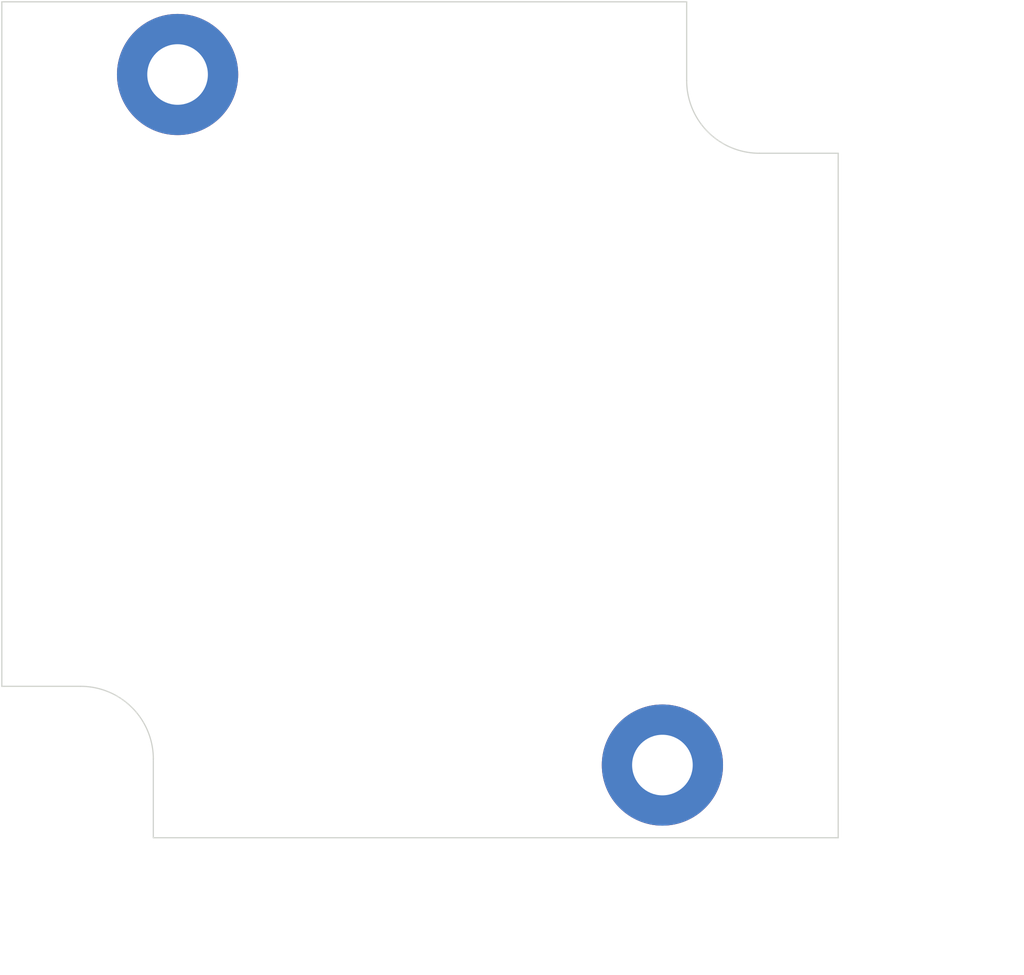
<source format=kicad_pcb>
(kicad_pcb (version 20171130) (host pcbnew "(5.1.4)-1")

  (general
    (thickness 1.6)
    (drawings 12)
    (tracks 0)
    (zones 0)
    (modules 2)
    (nets 1)
  )

  (page A4)
  (layers
    (0 F.Cu signal)
    (31 B.Cu signal)
    (32 B.Adhes user)
    (33 F.Adhes user)
    (34 B.Paste user)
    (35 F.Paste user)
    (36 B.SilkS user)
    (37 F.SilkS user)
    (38 B.Mask user)
    (39 F.Mask user)
    (40 Dwgs.User user)
    (41 Cmts.User user)
    (42 Eco1.User user)
    (43 Eco2.User user)
    (44 Edge.Cuts user)
    (45 Margin user)
    (46 B.CrtYd user)
    (47 F.CrtYd user)
    (48 B.Fab user)
    (49 F.Fab user)
  )

  (setup
    (last_trace_width 0.25)
    (trace_clearance 0.2)
    (zone_clearance 0.508)
    (zone_45_only no)
    (trace_min 0.2)
    (via_size 0.8)
    (via_drill 0.4)
    (via_min_size 0.4)
    (via_min_drill 0.3)
    (uvia_size 0.3)
    (uvia_drill 0.1)
    (uvias_allowed no)
    (uvia_min_size 0.2)
    (uvia_min_drill 0.1)
    (edge_width 0.05)
    (segment_width 0.2)
    (pcb_text_width 0.3)
    (pcb_text_size 1.5 1.5)
    (mod_edge_width 0.12)
    (mod_text_size 1 1)
    (mod_text_width 0.15)
    (pad_size 5 5)
    (pad_drill 2.5)
    (pad_to_mask_clearance 0.051)
    (solder_mask_min_width 0.25)
    (aux_axis_origin 15 49.5)
    (visible_elements 7FFFFFFF)
    (pcbplotparams
      (layerselection 0x010fc_ffffffff)
      (usegerberextensions false)
      (usegerberattributes false)
      (usegerberadvancedattributes false)
      (creategerberjobfile false)
      (excludeedgelayer true)
      (linewidth 0.100000)
      (plotframeref false)
      (viasonmask false)
      (mode 1)
      (useauxorigin false)
      (hpglpennumber 1)
      (hpglpenspeed 20)
      (hpglpendiameter 15.000000)
      (psnegative false)
      (psa4output false)
      (plotreference true)
      (plotvalue true)
      (plotinvisibletext false)
      (padsonsilk false)
      (subtractmaskfromsilk false)
      (outputformat 1)
      (mirror false)
      (drillshape 1)
      (scaleselection 1)
      (outputdirectory ""))
  )

  (net 0 "")

  (net_class Default "This is the default net class."
    (clearance 0.2)
    (trace_width 0.25)
    (via_dia 0.8)
    (via_drill 0.4)
    (uvia_dia 0.3)
    (uvia_drill 0.1)
  )

  (module MountingHole:MountingHole_2.5mm_Pad (layer F.Cu) (tedit 5D742B0F) (tstamp 5D72D0B8)
    (at 42.25 46.5)
    (descr "Mounting Hole 2.5mm")
    (tags "mounting hole 2.5mm")
    (attr virtual)
    (fp_text reference ~ (at 0 -3.5) (layer F.SilkS) hide
      (effects (font (size 1 1) (thickness 0.15)))
    )
    (fp_text value ~ (at 0 3.5) (layer F.Fab) hide
      (effects (font (size 1 1) (thickness 0.15)))
    )
    (fp_text user %R (at 0.3 0) (layer F.Fab)
      (effects (font (size 1 1) (thickness 0.15)))
    )
    (fp_circle (center 0 0) (end 2.5 0) (layer Cmts.User) (width 0.15))
    (fp_circle (center 0 0) (end 2.75 0) (layer F.CrtYd) (width 0.05))
    (pad ~ thru_hole circle (at 0 0) (size 5 5) (drill 2.5) (layers *.Cu *.Mask))
  )

  (module MountingHole:MountingHole_2.5mm_Pad (layer F.Cu) (tedit 5D742B09) (tstamp 5D72D056)
    (at 22.25 18)
    (descr "Mounting Hole 2.5mm")
    (tags "mounting hole 2.5mm")
    (attr virtual)
    (fp_text reference ~ (at 0 -3.5) (layer F.SilkS) hide
      (effects (font (size 1 1) (thickness 0.15)))
    )
    (fp_text value ~ (at 0 3.5) (layer F.Fab) hide
      (effects (font (size 1 1) (thickness 0.15)))
    )
    (fp_circle (center 0 0) (end 2.75 0) (layer F.CrtYd) (width 0.05))
    (fp_circle (center 0 0) (end 2.5 0) (layer Cmts.User) (width 0.15))
    (fp_text user %R (at 0.3 0) (layer F.Fab)
      (effects (font (size 1 1) (thickness 0.15)))
    )
    (pad ~ thru_hole circle (at 0 0) (size 5 5) (drill 2.5) (layers *.Cu *.Mask))
  )

  (gr_arc (start 46.25 18.25) (end 43.25 18.25) (angle -90) (layer Edge.Cuts) (width 0.05) (tstamp 5D72E5F8))
  (gr_arc (start 18.25 46.25) (end 21.25 46.25) (angle -90) (layer Edge.Cuts) (width 0.05))
  (gr_line (start 18.25 43.25) (end 15 43.25) (layer Edge.Cuts) (width 0.05))
  (gr_line (start 21.25 49.5) (end 21.25 46.25) (layer Edge.Cuts) (width 0.05))
  (gr_line (start 43.25 18.25) (end 43.25 15) (layer Edge.Cuts) (width 0.05))
  (gr_line (start 49.5 21.25) (end 46.25 21.25) (layer Edge.Cuts) (width 0.05))
  (dimension 34.5 (width 0.15) (layer Dwgs.User)
    (gr_text "34,500 mm" (at 55.8 32.25 90) (layer Dwgs.User)
      (effects (font (size 1 1) (thickness 0.15)))
    )
    (feature1 (pts (xy 49.5 15) (xy 55.086421 15)))
    (feature2 (pts (xy 49.5 49.5) (xy 55.086421 49.5)))
    (crossbar (pts (xy 54.5 49.5) (xy 54.5 15)))
    (arrow1a (pts (xy 54.5 15) (xy 55.086421 16.126504)))
    (arrow1b (pts (xy 54.5 15) (xy 53.913579 16.126504)))
    (arrow2a (pts (xy 54.5 49.5) (xy 55.086421 48.373496)))
    (arrow2b (pts (xy 54.5 49.5) (xy 53.913579 48.373496)))
  )
  (dimension 34.5 (width 0.15) (layer Dwgs.User)
    (gr_text "34,500 mm" (at 32.25 55.8) (layer Dwgs.User)
      (effects (font (size 1 1) (thickness 0.15)))
    )
    (feature1 (pts (xy 49.5 49.5) (xy 49.5 55.086421)))
    (feature2 (pts (xy 15 49.5) (xy 15 55.086421)))
    (crossbar (pts (xy 15 54.5) (xy 49.5 54.5)))
    (arrow1a (pts (xy 49.5 54.5) (xy 48.373496 55.086421)))
    (arrow1b (pts (xy 49.5 54.5) (xy 48.373496 53.913579)))
    (arrow2a (pts (xy 15 54.5) (xy 16.126504 55.086421)))
    (arrow2b (pts (xy 15 54.5) (xy 16.126504 53.913579)))
  )
  (gr_line (start 15 43.25) (end 15 15) (layer Edge.Cuts) (width 0.05) (tstamp 5D72E576))
  (gr_line (start 49.5 49.5) (end 21.25 49.5) (layer Edge.Cuts) (width 0.05))
  (gr_line (start 49.5 21.25) (end 49.5 49.5) (layer Edge.Cuts) (width 0.05))
  (gr_line (start 15 15) (end 43.25 15) (layer Edge.Cuts) (width 0.05))

)

</source>
